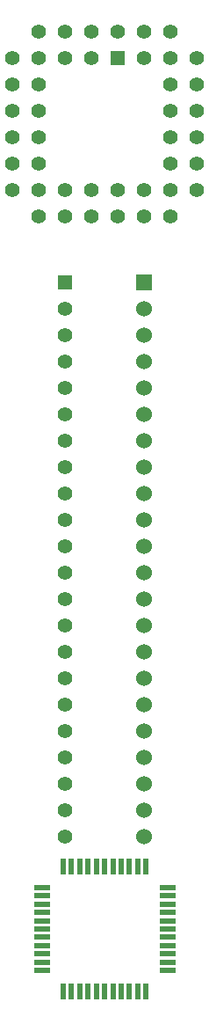
<source format=gbr>
%TF.GenerationSoftware,KiCad,Pcbnew,(6.0.4)*%
%TF.CreationDate,2022-05-05T12:14:13+01:00*%
%TF.ProjectId,LCC-QFP-44-to-DIL,4c43432d-5146-4502-9d34-342d746f2d44,rev?*%
%TF.SameCoordinates,Original*%
%TF.FileFunction,Soldermask,Top*%
%TF.FilePolarity,Negative*%
%FSLAX46Y46*%
G04 Gerber Fmt 4.6, Leading zero omitted, Abs format (unit mm)*
G04 Created by KiCad (PCBNEW (6.0.4)) date 2022-05-05 12:14:13*
%MOMM*%
%LPD*%
G01*
G04 APERTURE LIST*
%ADD10R,1.500000X0.520000*%
%ADD11R,0.520000X1.500000*%
%ADD12R,1.422400X1.422400*%
%ADD13C,1.422400*%
%ADD14R,1.524000X1.524000*%
%ADD15C,1.524000*%
G04 APERTURE END LIST*
D10*
%TO.C,IC2*%
X134920000Y-150940000D03*
X134920000Y-151740000D03*
X134920000Y-152540000D03*
X134920000Y-153340000D03*
X134920000Y-154140000D03*
X134920000Y-154940000D03*
X134920000Y-155740000D03*
X134920000Y-156540000D03*
X134920000Y-157340000D03*
X134920000Y-158140000D03*
X134920000Y-158940000D03*
D11*
X136970000Y-160990000D03*
X137770000Y-160990000D03*
X138570000Y-160990000D03*
X139370000Y-160990000D03*
X140170000Y-160990000D03*
X140970000Y-160990000D03*
X141770000Y-160990000D03*
X142570000Y-160990000D03*
X143370000Y-160990000D03*
X144170000Y-160990000D03*
X144970000Y-160990000D03*
D10*
X147020000Y-158940000D03*
X147020000Y-158140000D03*
X147020000Y-157340000D03*
X147020000Y-156540000D03*
X147020000Y-155740000D03*
X147020000Y-154940000D03*
X147020000Y-154140000D03*
X147020000Y-153340000D03*
X147020000Y-152540000D03*
X147020000Y-151740000D03*
X147020000Y-150940000D03*
D11*
X144970000Y-148890000D03*
X144170000Y-148890000D03*
X143370000Y-148890000D03*
X142570000Y-148890000D03*
X141770000Y-148890000D03*
X140970000Y-148890000D03*
X140170000Y-148890000D03*
X139370000Y-148890000D03*
X138570000Y-148890000D03*
X137770000Y-148890000D03*
X136970000Y-148890000D03*
%TD*%
D12*
%TO.C,IC1*%
X142240000Y-71120000D03*
D13*
X139700000Y-68580000D03*
X139700000Y-71120000D03*
X137160000Y-68580000D03*
X137160000Y-71120000D03*
X134620000Y-68580000D03*
X132080000Y-71120000D03*
X134620000Y-71120000D03*
X132080000Y-73660000D03*
X134620000Y-73660000D03*
X132080000Y-76200000D03*
X134620000Y-76200000D03*
X132080000Y-78740000D03*
X134620000Y-78740000D03*
X132080000Y-81280000D03*
X134620000Y-81280000D03*
X132080000Y-83820000D03*
X134620000Y-86360000D03*
X134620000Y-83820000D03*
X137160000Y-86360000D03*
X137160000Y-83820000D03*
X139700000Y-86360000D03*
X139700000Y-83820000D03*
X142240000Y-86360000D03*
X142240000Y-83820000D03*
X144780000Y-86360000D03*
X144780000Y-83820000D03*
X147320000Y-86360000D03*
X149860000Y-83820000D03*
X147320000Y-83820000D03*
X149860000Y-81280000D03*
X147320000Y-81280000D03*
X149860000Y-78740000D03*
X147320000Y-78740000D03*
X149860000Y-76200000D03*
X147320000Y-76200000D03*
X149860000Y-73660000D03*
X147320000Y-73660000D03*
X149860000Y-71120000D03*
X147320000Y-68580000D03*
X147320000Y-71120000D03*
X144780000Y-68580000D03*
X144780000Y-71120000D03*
X142240000Y-68580000D03*
%TD*%
D12*
%TO.C,J1-22*%
X137160000Y-92710000D03*
D13*
X137160000Y-95250000D03*
X137160000Y-97790000D03*
X137160000Y-100330000D03*
X137160000Y-102870000D03*
X137160000Y-105410000D03*
X137160000Y-107950000D03*
X137160000Y-110490000D03*
X137160000Y-113030000D03*
X137160000Y-115570000D03*
X137160000Y-118110000D03*
X137160000Y-120650000D03*
X137160000Y-123190000D03*
X137160000Y-125730000D03*
X137160000Y-128270000D03*
X137160000Y-130810000D03*
X137160000Y-133350000D03*
X137160000Y-135890000D03*
X137160000Y-138430000D03*
X137160000Y-140970000D03*
X137160000Y-143510000D03*
X137160000Y-146050000D03*
%TD*%
D14*
%TO.C,J23-44*%
X144780000Y-92710000D03*
D15*
X144780000Y-95250000D03*
X144780000Y-97790000D03*
X144780000Y-100330000D03*
X144780000Y-102870000D03*
X144780000Y-105410000D03*
X144780000Y-107950000D03*
X144780000Y-110490000D03*
X144780000Y-113030000D03*
X144780000Y-115570000D03*
X144780000Y-118110000D03*
X144780000Y-120650000D03*
X144780000Y-123190000D03*
X144780000Y-125730000D03*
X144780000Y-128270000D03*
X144780000Y-130810000D03*
X144780000Y-133350000D03*
X144780000Y-135890000D03*
X144780000Y-138430000D03*
X144780000Y-140970000D03*
X144780000Y-143510000D03*
X144780000Y-146050000D03*
%TD*%
M02*

</source>
